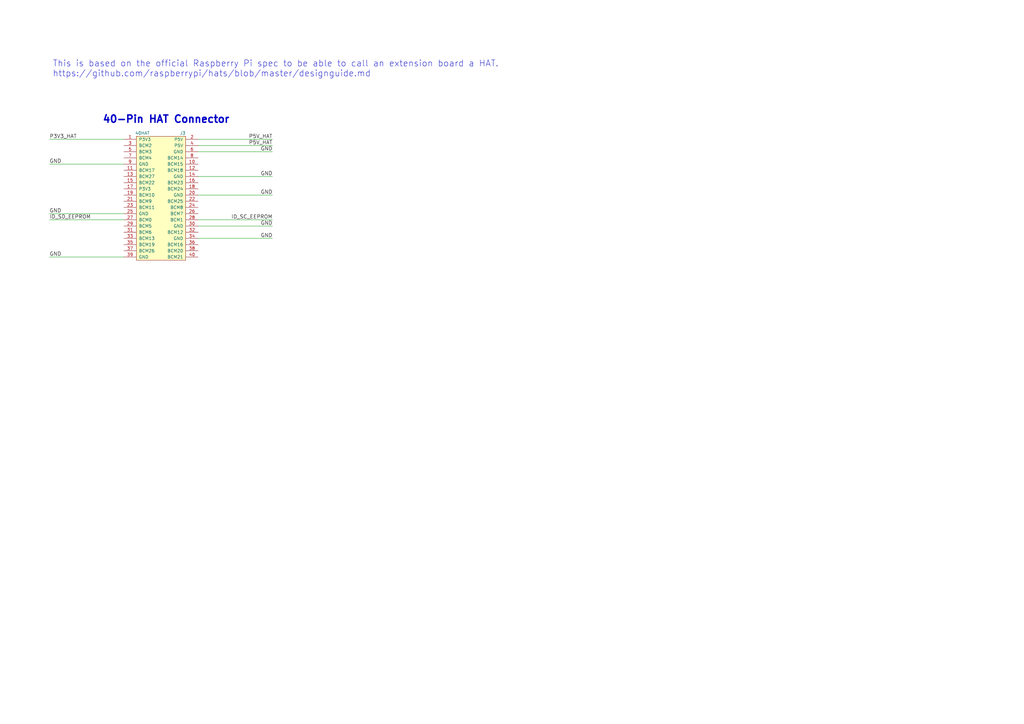
<source format=kicad_sch>
(kicad_sch (version 20211123) (generator eeschema)
  (paper "A3")
  (title_block (title "Raspberry Pi HAT") (rev "A"))
  (lib_symbols
    (symbol "raspberrypi_hat:OX40HAT" (pin_names (offset 1.016))
      (property "Reference" "J" (at 8.89 2.54 0))
      (property "Value" "OX40HAT" (at -7.62 2.54 0))
      (symbol "OX40HAT_0_1"
        (rectangle (start -10.16 1.27) (end 10.16 -49.53) (fill (type background)))
      )
      (symbol "OX40HAT_1_1"
        (pin bidirectional line (at -15.24 0 0) (length 5.08) (name "P3V3") (number "1"))
        (pin bidirectional line (at 15.24 -10.16 180) (length 5.08) (name "BCM15") (number "10"))
        (pin bidirectional line (at -15.24 -12.7 0) (length 5.08) (name "BCM17") (number "11"))
        (pin bidirectional line (at 15.24 -12.7 180) (length 5.08) (name "BCM18") (number "12"))
        (pin bidirectional line (at -15.24 -15.24 0) (length 5.08) (name "BCM27") (number "13"))
        (pin bidirectional line (at 15.24 -15.24 180) (length 5.08) (name "GND") (number "14"))
        (pin bidirectional line (at -15.24 -17.78 0) (length 5.08) (name "BCM22") (number "15"))
        (pin bidirectional line (at 15.24 -17.78 180) (length 5.08) (name "BCM23") (number "16"))
        (pin bidirectional line (at -15.24 -20.32 0) (length 5.08) (name "P3V3") (number "17"))
        (pin bidirectional line (at 15.24 -20.32 180) (length 5.08) (name "BCM24") (number "18"))
        (pin bidirectional line (at -15.24 -22.86 0) (length 5.08) (name "BCM10") (number "19"))
        (pin bidirectional line (at 15.24 0 180) (length 5.08) (name "P5V") (number "2"))
        (pin bidirectional line (at 15.24 -22.86 180) (length 5.08) (name "GND") (number "20"))
        (pin bidirectional line (at -15.24 -25.4 0) (length 5.08) (name "BCM9") (number "21"))
        (pin bidirectional line (at 15.24 -25.4 180) (length 5.08) (name "BCM25") (number "22"))
        (pin bidirectional line (at -15.24 -27.94 0) (length 5.08) (name "BCM11") (number "23"))
        (pin bidirectional line (at 15.24 -27.94 180) (length 5.08) (name "BCM8") (number "24"))
        (pin bidirectional line (at -15.24 -30.48 0) (length 5.08) (name "GND") (number "25"))
        (pin bidirectional line (at 15.24 -30.48 180) (length 5.08) (name "BCM7") (number "26"))
        (pin bidirectional line (at -15.24 -33.02 0) (length 5.08) (name "BCM0") (number "27"))
        (pin bidirectional line (at 15.24 -33.02 180) (length 5.08) (name "BCM1") (number "28"))
        (pin bidirectional line (at -15.24 -35.56 0) (length 5.08) (name "BCM5") (number "29"))
        (pin bidirectional line (at -15.24 -2.54 0) (length 5.08) (name "BCM2") (number "3"))
        (pin bidirectional line (at 15.24 -35.56 180) (length 5.08) (name "GND") (number "30"))
        (pin bidirectional line (at -15.24 -38.1 0) (length 5.08) (name "BCM6") (number "31"))
        (pin bidirectional line (at 15.24 -38.1 180) (length 5.08) (name "BCM12") (number "32"))
        (pin bidirectional line (at -15.24 -40.64 0) (length 5.08) (name "BCM13") (number "33"))
        (pin bidirectional line (at 15.24 -40.64 180) (length 5.08) (name "GND") (number "34"))
        (pin bidirectional line (at -15.24 -43.18 0) (length 5.08) (name "BCM19") (number "35"))
        (pin bidirectional line (at 15.24 -43.18 180) (length 5.08) (name "BCM16") (number "36"))
        (pin bidirectional line (at -15.24 -45.72 0) (length 5.08) (name "BCM26") (number "37"))
        (pin bidirectional line (at 15.24 -45.72 180) (length 5.08) (name "BCM20") (number "38"))
        (pin bidirectional line (at -15.24 -48.26 0) (length 5.08) (name "GND") (number "39"))
        (pin bidirectional line (at 15.24 -2.54 180) (length 5.08) (name "P5V") (number "4"))
        (pin bidirectional line (at 15.24 -48.26 180) (length 5.08) (name "BCM21") (number "40"))
        (pin bidirectional line (at -15.24 -5.08 0) (length 5.08) (name "BCM3") (number "5"))
        (pin bidirectional line (at 15.24 -5.08 180) (length 5.08) (name "GND") (number "6"))
        (pin bidirectional line (at -15.24 -7.62 0) (length 5.08) (name "BCM4") (number "7"))
        (pin bidirectional line (at 15.24 -7.62 180) (length 5.08) (name "BCM14") (number "8"))
        (pin bidirectional line (at -15.24 -10.16 0) (length 5.08) (name "GND") (number "9"))
      )
    )
  )
  (wire (pts (xy 81.28 80.01) (xy 111.76 80.01)))
  (wire (pts (xy 50.8 87.63) (xy 20.32 87.63)))
  (wire (pts (xy 50.8 105.41) (xy 20.32 105.41)))
  (wire (pts (xy 81.28 92.71) (xy 111.76 92.71)))
  (wire (pts (xy 50.8 90.17) (xy 20.32 90.17)))
  (wire (pts (xy 81.28 62.23) (xy 111.76 62.23)))
  (wire (pts (xy 81.28 90.17) (xy 111.76 90.17)))
  (wire (pts (xy 50.8 67.31) (xy 20.32 67.31)))
  (wire (pts (xy 81.28 57.15) (xy 111.76 57.15)))
  (wire (pts (xy 81.28 72.39) (xy 111.76 72.39)))
  (wire (pts (xy 81.28 59.69) (xy 111.76 59.69)))
  (wire (pts (xy 81.28 97.79) (xy 111.76 97.79)))
  (wire (pts (xy 50.8 57.15) (xy 20.32 57.15)))
  (text "This is based on the official Raspberry Pi spec to be able to call an extension board a HAT.\nhttps://github.com/raspberrypi/hats/blob/master/designguide.md" (at 21.59 31.75 0) (effects (font (size 2.54 2.54)) (justify left bottom)))
  (text "40-Pin HAT Connector" (at 41.91 50.8 0) (effects (font (size 2.9972 2.9972) (thickness 0.5994) bold) (justify left bottom)))
  (label "ID_SD_EEPROM" (at 20.32 90.17 0) (effects (font (size 1.524 1.524))))
  (label "GND" (at 20.32 105.41 0) (effects (font (size 1.524 1.524))))
  (label "GND" (at 111.76 92.71 180) (effects (font (size 1.524 1.524))))
  (label "GND" (at 111.76 72.39 180) (effects (font (size 1.524 1.524))))
  (label "P5V_HAT" (at 111.76 59.69 180) (effects (font (size 1.524 1.524))))
  (label "P3V3_HAT" (at 20.32 57.15 0) (effects (font (size 1.524 1.524))))
  (label "GND" (at 111.76 62.23 180) (effects (font (size 1.524 1.524))))
  (label "ID_SC_EEPROM" (at 111.76 90.17 180) (effects (font (size 1.524 1.524))))
  (label "GND" (at 20.32 87.63 0) (effects (font (size 1.524 1.524))))
  (label "GND" (at 20.32 67.31 0) (effects (font (size 1.524 1.524))))
  (label "GND" (at 111.76 97.79 180) (effects (font (size 1.524 1.524))))
  (label "P5V_HAT" (at 111.76 57.15 180) (effects (font (size 1.524 1.524))))
  (label "GND" (at 111.76 80.01 180) (effects (font (size 1.524 1.524))))
  (symbol (lib_id "raspberrypi_hat:OX40HAT") (at 66.04 57.15 0) (unit 1)
    (property "Reference" "J3" (at 74.93 54.61 0))
    (property "Value" "40HAT" (at 58.42 54.61 0))
    (property "Footprint" "Connector_PinSocket_2.54mm:PinSocket_2x20_P2.54mm_Vertical" (effects hide))
  )
)
</source>
